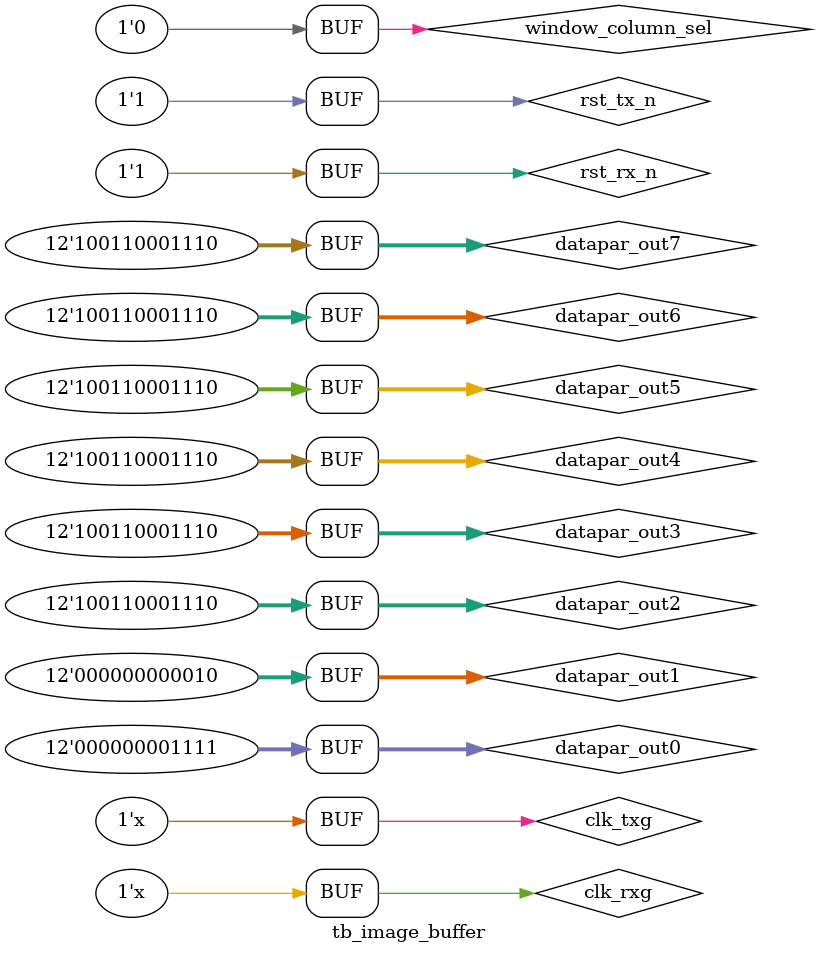
<source format=v>
`timescale 1ns / 1ps


module tb_image_buffer;

	// Inputs
	reg clk_rxg;
	reg rst_rx_n;
	reg fvals;
	reg lvals;
	reg [11:0] datapar_out0;
	reg [11:0] datapar_out1;
	reg [11:0] datapar_out2;
	reg [11:0] datapar_out3;
	reg [11:0] datapar_out4;
	reg [11:0] datapar_out5;
	reg [11:0] datapar_out6;
	reg [11:0] datapar_out7;
	reg clk_txg;
	reg rst_tx_n;
	reg window_column_sel;
	reg [11:0]	cnt_512;
	
	reg	[11:0]	cnt_lvals;
	reg	[11:0]	cnt_fvals;
	reg	[1:0]		cnt;
	
	reg	[1:0]		fsm_lval;
	parameter		s_HIGH	=	2'b00,
						s_LOW		=	2'b01;	
	// Outputs
	wire [7:0] chan_0;
	wire [7:0] chan_1;
	wire [7:0] chan_2;
	wire [7:0] chan_3;
	wire [7:0] chan_4;
	wire [7:0] chan_5;
	wire [7:0] chan_6;
	wire [7:0] chan_7;
	wire fval;
	wire lval;

	// Instantiate the Unit Under Test (UUT)
	image_buffer uut (
		.clk_rxg(clk_rxg), 
		.rst_rx_n(rst_rx_n), 
		.fvals(fvals), 
		.lvals(lvals), 
		.datapar_out0(datapar_out0), 
		.datapar_out1(datapar_out1), 
		.datapar_out2(datapar_out2), 
		.datapar_out3(datapar_out3), 
		.datapar_out4(datapar_out4), 
		.datapar_out5(datapar_out5), 
		.datapar_out6(datapar_out6), 
		.datapar_out7(datapar_out7), 
		.clk_txg(clk_txg), 
		.rst_tx_n(rst_tx_n), 
		.chan_0(chan_0), 
		.chan_1(chan_1), 
		.chan_2(chan_2), 
		.chan_3(chan_3), 
		.chan_4(chan_4), 
		.chan_5(chan_5), 
		.chan_6(chan_6), 
		.chan_7(chan_7), 
		.fval(fval), 
		.lval(lval)
	);

	initial begin
		// Initialize Inputs
		clk_rxg = 1;
		rst_rx_n = 0;
		fvals = 0;
		lvals = 0;
		datapar_out0 = 15;
		datapar_out1 = 2;
		datapar_out2 = 2446;
		datapar_out3 = 2446;
		datapar_out4 = 2446;
		datapar_out5 = 2446;
		datapar_out6 = 2446;
		datapar_out7 = 2446;
		clk_txg = 1;
		rst_tx_n = 0;
		window_column_sel = 0;

		// Wait 100 ns for global reset to finish
		#100;
      #100 	rst_rx_n =	1;
				rst_tx_n =	1;

		// Add stimulus here

	end
      always # 10 	clk_rxg	=	~clk_rxg;
		always # 7.14		clk_txg	=	~clk_txg;
		
	always @(posedge clk_rxg) begin
		if(!rst_rx_n)	begin
			fvals					<= 1'b0;
			lvals		 			<= 1'b0;
			cnt_lvals	 		<= 10'd0;
			cnt_fvals			<= 12'd0;
			cnt					<=	2'd0;
			fsm_lval				<=	s_HIGH;
		end
		else begin
			case(fsm_lval)
				s_HIGH:	begin
								if(cnt_lvals	==	10'd128)begin
									cnt_lvals			<=	10'd0;
									lvals					<=	1'b0;
									fsm_lval				<=	s_LOW;
								end
								else begin
									lvals					<=	1'b1;
									cnt_lvals			<=	cnt_lvals + 10'd1;
								end
							end
				s_LOW:	begin
								if(cnt_lvals	==	10'd1)begin
									cnt_lvals		<=	10'd1;
									lvals				<=	1'b1;
									fsm_lval			<=	s_HIGH;
								end
								else begin
									cnt_lvals		<=	cnt_lvals + 10'd1;
									lvals				<=	1'b0;
								end
							end
			endcase
			if(cnt_fvals == 12'd1028) begin
				cnt_fvals 			<= 12'd0;
				fvals		 			<= 1'b0;
			end
			else begin
				cnt_fvals 			<= cnt_fvals + 12'd1;
				fvals		 			<= 1'b1;
			end
		end
	end
endmodule


</source>
